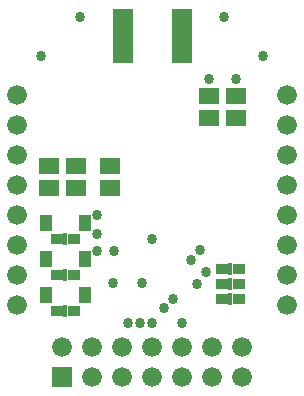
<source format=gbr>
G04 EAGLE Gerber RS-274X export*
G75*
%MOMM*%
%FSLAX34Y34*%
%LPD*%
%INSoldermask Bottom*%
%IPPOS*%
%AMOC8*
5,1,8,0,0,1.08239X$1,22.5*%
G01*
%ADD10R,1.652400X1.452400*%
%ADD11R,1.062400X1.372400*%
%ADD12R,1.752400X4.552400*%
%ADD13R,1.002400X0.952400*%
%ADD14R,0.400000X1.000000*%
%ADD15C,1.676400*%
%ADD16R,1.676400X1.676400*%
%ADD17C,0.858000*%


D10*
X420640Y403920D03*
X420640Y422920D03*
X443500Y403920D03*
X443500Y422920D03*
D11*
X417840Y343687D03*
X450840Y343687D03*
X417840Y313207D03*
X450840Y313207D03*
D12*
X533000Y532892D03*
X483000Y532892D03*
D13*
X427090Y330200D03*
X441590Y330200D03*
D14*
X434340Y330200D03*
D13*
X427090Y299720D03*
X441590Y299720D03*
D14*
X434340Y299720D03*
D15*
X393700Y482600D03*
X393700Y457200D03*
X393700Y431800D03*
X393700Y406400D03*
X393700Y381000D03*
X393700Y355600D03*
X393700Y330200D03*
X393700Y304800D03*
X622300Y482600D03*
X622300Y457200D03*
X622300Y431800D03*
X622300Y406400D03*
X622300Y381000D03*
X622300Y355600D03*
X622300Y330200D03*
X622300Y304800D03*
D16*
X431850Y244290D03*
D15*
X431850Y269690D03*
X457250Y244290D03*
X457250Y269690D03*
X482650Y244290D03*
X482650Y269690D03*
X508050Y244290D03*
X508050Y269690D03*
X533450Y244290D03*
X533450Y269690D03*
X558850Y244290D03*
X558850Y269690D03*
X584250Y244290D03*
X584250Y269690D03*
D13*
X427090Y360680D03*
X441590Y360680D03*
D14*
X434340Y360680D03*
D11*
X417840Y374167D03*
X450840Y374167D03*
D10*
X472440Y422920D03*
X472440Y403920D03*
X556260Y481940D03*
X556260Y462940D03*
X579120Y481940D03*
X579120Y462940D03*
D13*
X566790Y309880D03*
X581290Y309880D03*
D14*
X574040Y309880D03*
D13*
X566790Y335280D03*
X581290Y335280D03*
D14*
X574040Y335280D03*
D13*
X581290Y322580D03*
X566790Y322580D03*
D14*
X574040Y322580D03*
D17*
X414020Y515620D03*
X447040Y548640D03*
X568960Y548640D03*
X601980Y515620D03*
X533400Y289560D03*
X548640Y351790D03*
X546100Y322580D03*
X553720Y332740D03*
X508050Y289560D03*
X461518Y380746D03*
X541020Y342900D03*
X487680Y289560D03*
X474980Y323850D03*
X497840Y289560D03*
X461518Y350266D03*
X508000Y360680D03*
X518160Y302260D03*
X461518Y364744D03*
X499318Y323850D03*
X475996Y350266D03*
X579120Y496062D03*
X556260Y496062D03*
X525780Y309880D03*
M02*

</source>
